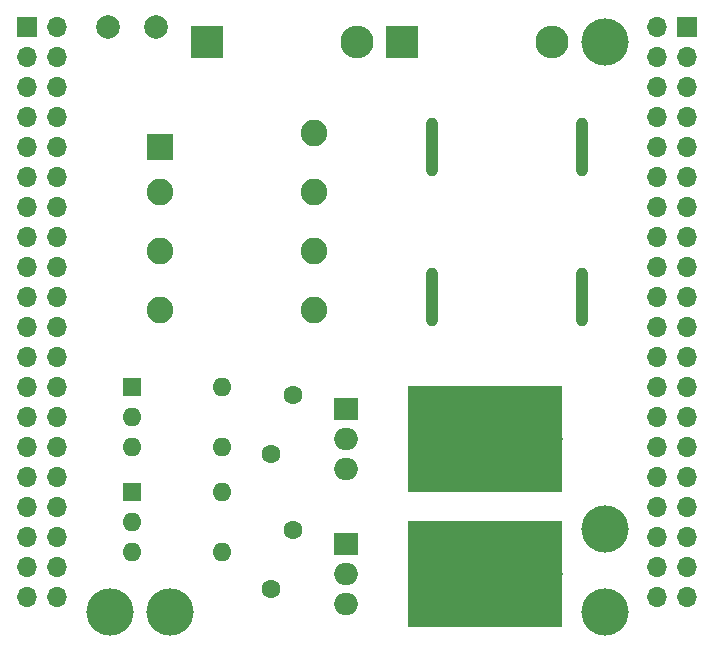
<source format=gts>
G04 #@! TF.GenerationSoftware,KiCad,Pcbnew,(6.0.2)*
G04 #@! TF.CreationDate,2022-02-22T23:29:17+09:00*
G04 #@! TF.ProjectId,ACBoard,4143426f-6172-4642-9e6b-696361645f70,rev?*
G04 #@! TF.SameCoordinates,Original*
G04 #@! TF.FileFunction,Soldermask,Top*
G04 #@! TF.FilePolarity,Negative*
%FSLAX46Y46*%
G04 Gerber Fmt 4.6, Leading zero omitted, Abs format (unit mm)*
G04 Created by KiCad (PCBNEW (6.0.2)) date 2022-02-22 23:29:17*
%MOMM*%
%LPD*%
G01*
G04 APERTURE LIST*
%ADD10C,4.000000*%
%ADD11R,13.000000X9.000000*%
%ADD12R,1.600000X1.600000*%
%ADD13O,1.600000X1.600000*%
%ADD14R,2.250000X2.250000*%
%ADD15C,2.250000*%
%ADD16C,1.600000*%
%ADD17O,1.000000X5.000000*%
%ADD18C,2.000000*%
%ADD19R,1.700000X1.700000*%
%ADD20O,1.700000X1.700000*%
%ADD21R,2.800000X2.800000*%
%ADD22O,2.800000X2.800000*%
%ADD23O,3.500000X3.500000*%
%ADD24R,2.000000X1.905000*%
%ADD25O,2.000000X1.905000*%
G04 APERTURE END LIST*
D10*
X208915000Y-61595000D03*
X208915000Y-68580000D03*
X208915000Y-20320000D03*
X172085000Y-68580000D03*
X167005000Y-68580000D03*
D11*
X198755000Y-53975000D03*
X198755000Y-65405000D03*
D12*
X168920000Y-58435000D03*
D13*
X168920000Y-60975000D03*
X168920000Y-63515000D03*
X176540000Y-63515000D03*
X176540000Y-58435000D03*
D12*
X168920000Y-49545000D03*
D13*
X168920000Y-52085000D03*
X168920000Y-54625000D03*
X176540000Y-54625000D03*
X176540000Y-49545000D03*
D14*
X171300000Y-29260000D03*
D15*
X171300000Y-33060000D03*
X171300000Y-38060000D03*
X171300000Y-43060000D03*
X184300000Y-43060000D03*
X184300000Y-38060000D03*
X184300000Y-33060000D03*
X184300000Y-28060000D03*
D16*
X180710000Y-66635000D03*
X182510000Y-61635000D03*
X182510000Y-50205000D03*
X180710000Y-55205000D03*
D17*
X194310000Y-41910000D03*
X207010000Y-41910000D03*
X194310000Y-29210000D03*
X207010000Y-29210000D03*
D18*
X166910000Y-19050000D03*
X170910000Y-19050000D03*
D19*
X160015000Y-19055000D03*
D20*
X162555000Y-19055000D03*
X160015000Y-21595000D03*
X162555000Y-21595000D03*
X160015000Y-24135000D03*
X162555000Y-24135000D03*
X160015000Y-26675000D03*
X162555000Y-26675000D03*
X160015000Y-29215000D03*
X162555000Y-29215000D03*
X160015000Y-31755000D03*
X162555000Y-31755000D03*
X160015000Y-34295000D03*
X162555000Y-34295000D03*
X160015000Y-36835000D03*
X162555000Y-36835000D03*
X160015000Y-39375000D03*
X162555000Y-39375000D03*
X160015000Y-41915000D03*
X162555000Y-41915000D03*
X160015000Y-44455000D03*
X162555000Y-44455000D03*
X160015000Y-46995000D03*
X162555000Y-46995000D03*
X160015000Y-49535000D03*
X162555000Y-49535000D03*
X160015000Y-52075000D03*
X162555000Y-52075000D03*
X160015000Y-54615000D03*
X162555000Y-54615000D03*
X160015000Y-57155000D03*
X162555000Y-57155000D03*
X160015000Y-59695000D03*
X162555000Y-59695000D03*
X160015000Y-62235000D03*
X162555000Y-62235000D03*
X160015000Y-64775000D03*
X162555000Y-64775000D03*
X160015000Y-67315000D03*
X162555000Y-67315000D03*
D19*
X215920000Y-19080000D03*
D20*
X213380000Y-19080000D03*
X215920000Y-21620000D03*
X213380000Y-21620000D03*
X215920000Y-24160000D03*
X213380000Y-24160000D03*
X215920000Y-26700000D03*
X213380000Y-26700000D03*
X215920000Y-29240000D03*
X213380000Y-29240000D03*
X215920000Y-31780000D03*
X213380000Y-31780000D03*
X215920000Y-34320000D03*
X213380000Y-34320000D03*
X215920000Y-36860000D03*
X213380000Y-36860000D03*
X215920000Y-39400000D03*
X213380000Y-39400000D03*
X215920000Y-41940000D03*
X213380000Y-41940000D03*
X215920000Y-44480000D03*
X213380000Y-44480000D03*
X215920000Y-47020000D03*
X213380000Y-47020000D03*
X215920000Y-49560000D03*
X213380000Y-49560000D03*
X215920000Y-52100000D03*
X213380000Y-52100000D03*
X215920000Y-54640000D03*
X213380000Y-54640000D03*
X215920000Y-57180000D03*
X213380000Y-57180000D03*
X215920000Y-59720000D03*
X213380000Y-59720000D03*
X215920000Y-62260000D03*
X213380000Y-62260000D03*
X215920000Y-64800000D03*
X213380000Y-64800000D03*
X215920000Y-67340000D03*
X213380000Y-67340000D03*
D21*
X191770000Y-20320000D03*
D22*
X204470000Y-20320000D03*
D21*
X175260000Y-20320000D03*
D22*
X187960000Y-20320000D03*
D23*
X203645000Y-65405000D03*
D24*
X186985000Y-62865000D03*
D25*
X186985000Y-65405000D03*
X186985000Y-67945000D03*
D23*
X203645000Y-53975000D03*
D24*
X186985000Y-51435000D03*
D25*
X186985000Y-53975000D03*
X186985000Y-56515000D03*
M02*

</source>
